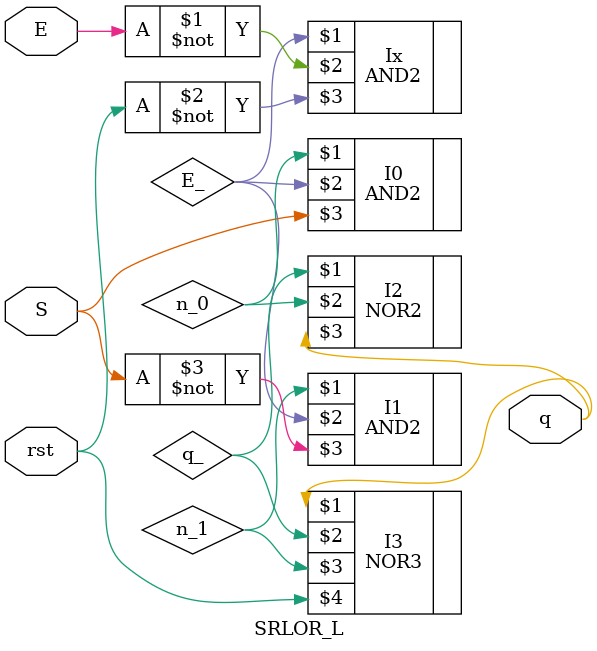
<source format=v>
/*
	eTeak synthesiser for the Balsa language
	Copyright (C) 2012- The University of Manchester

	This program is free software: you can redistribute it and/or modify
	it under the terms of the GNU General Public License as published by
	the Free Software Foundation, either version 3 of the License, or
	(at your option) any later version.

	This program is distributed in the hope that it will be useful,
	but WITHOUT ANY WARRANTY; without even the implied warranty of
	MERCHANTABILITY or FITNESS FOR A PARTICULAR PURPOSE.  See the
	GNU General Public License for more details.

	You should have received a copy of the GNU General Public License
	along with this program.  If not, see <http://www.gnu.org/licenses/>.

	Mahdi Jelodari <mamagham@cs.man.ac.uk> (and others, see AUTHORS)
	School of Computer Science, The University of Manchester
	Oxford Road, MANCHESTER, M13 9PL, UK

*/
module SRLOR_L(

output q,
input S,
input E,
input rst
);

wire n_0;
wire n_1;
wire E_;

wire q_ ;

AND2 Ix (E_, ~E, ~rst);
AND2 I0 (n_0, E_, S);
AND2 I1 (n_1, E_, ~S);

NOR2 I2 (q_, n_0, q);
NOR3 I3 (q, q_, n_1, rst);

endmodule

</source>
